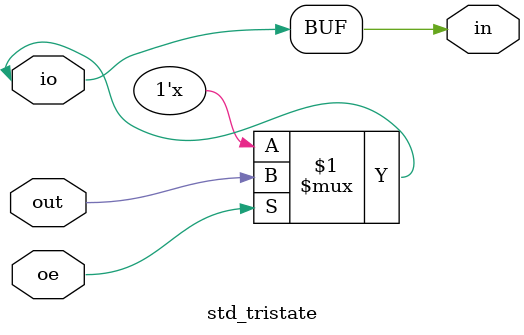
<source format=sv>

module std_tristate #(parameter N = 1) // width of port
(
	inout  [N-1:0]  io,   // bidirectional port
	input  [N-1:0]  oe,   // output enable (1 = output, 0 = input)
	output [N-1:0]  in,   // port as input
	input  [N-1:0]  out   // port as output
);

assign in[N-1:0] = io[N-1:0];

genvar i;
generate
	for (i = 0; i < N; i = i + 1) begin : gen_oh_tristate
		assign io[i] = oe[i] ? out[i] : 1'bZ;
	end
endgenerate

endmodule // std_tristate

</source>
